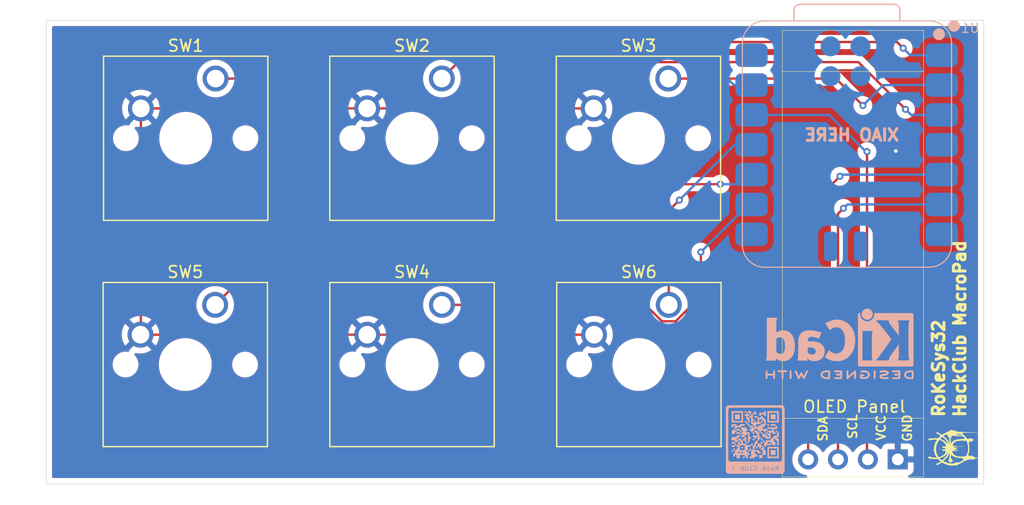
<source format=kicad_pcb>
(kicad_pcb (version 20241229) (generator "pcbnew") (generator_version "9.0")
  (layers (0 "F.Cu" signal) (2 "B.Cu" signal) (13 "F.Paste" user) (15 "B.Paste" user) (5 "F.SilkS" user "F.Silkscreen") (7 "B.SilkS" user "B.Silkscreen") (1 "F.Mask" user) (3 "B.Mask" user) (25 "Edge.Cuts" user))
  (net 0 "")
  (net 1 "Net-(Brd1-VCC)")
  (net 2 "Net-(Brd1-SCL)")
  (net 3 "Net-(Brd1-SDA)")
  (net 4 "GND")
  (net 5 "Net-(U1-GPIO26{slash}ADC0{slash}A0)")
  (net 6 "Net-(U1-GPIO28{slash}ADC2{slash}A2)")
  (net 7 "Net-(U1-GPIO27{slash}ADC1{slash}A1)")
  (net 8 "Net-(U1-GPIO2{slash}SCK)")
  (net 9 "Net-(U1-GPIO4{slash}MISO)")
  (net 10 "Net-(U1-GPIO3{slash}MOSI)")
  (net 11 "+5V")
  (footprint "OLED2:SSD1306-0.91-OLED-4pin-128x32" (layer "F.Cu") (at 187.43 72.09 -90)
    (property "Reference" "Brd1" (hide yes))
    (property "Value" "SSD1306")
    (fp_text user "VCC" (at 33.81 3.605 90) (layer "F.SilkS") (effects (font (size 0.75 0.75))))
    (fp_text user "SCL" (at 33.71 6.03 90) (layer "F.SilkS") (effects (font (size 0.75 0.75))))
    (fp_text user "GND" (at 33.835 1.38 90) (layer "F.SilkS") (effects (font (size 0.75 0.75))))
    (fp_text user "SDA" (at 33.91 8.555 90) (layer "F.SilkS") (effects (font (size 0.75 0.75))))
    (fp_text user "OLED Panel" (at 32.01 5.88 0) (layer "F.SilkS"))
    (pad "1" thru_hole rect (at 36.5 2.19 270) (size 1.7 1.7) (drill 1) (layers "*.Cu" "*.Mask") (net 4 "GND"))
    (pad "2" thru_hole oval (at 36.5 4.73 270) (size 1.7 1.7) (drill 1) (layers "*.Cu" "*.Mask") (net 1 "Net-(Brd1-VCC)"))
    (pad "3" thru_hole oval (at 36.5 7.27 270) (size 1.7 1.7) (drill 1) (layers "*.Cu" "*.Mask") (net 2 "Net-(Brd1-SCL)"))
    (pad "4" thru_hole oval (at 36.5 9.81 270) (size 1.7 1.7) (drill 1) (layers "*.Cu" "*.Mask") (net 3 "Net-(Brd1-SDA)"))
  )
  (footprint "Button_Switch_Keyboard:SW_Cherry_MX_1.00u_PCB" (layer "F.Cu") (at 165.775 95.44)
    (property "Reference" "SW6" (at -2.54 -2.794 0) (layer "F.SilkS"))
    (property "Value" "SW_Push" (hide yes))
    (pad "" np_thru_hole circle (at -7.62 5.08) (size 1.7 1.7) (drill 1.7) (layers "*.Cu" "*.Mask"))
    (pad "" np_thru_hole circle (at -2.54 5.08) (size 4 4) (drill 4) (layers "*.Cu" "*.Mask"))
    (pad "" np_thru_hole circle (at 2.54 5.08) (size 1.7 1.7) (drill 1.7) (layers "*.Cu" "*.Mask"))
    (pad "1" thru_hole circle (at 0 0) (size 2.2 2.2) (drill 1.5) (layers "*.Cu" "*.Mask") (net 10 "Net-(U1-GPIO3{slash}MOSI)"))
    (pad "2" thru_hole circle (at -6.35 2.54) (size 2.2 2.2) (drill 1.5) (layers "*.Cu" "*.Mask") (net 4 "GND"))
  )
  (footprint "Button_Switch_Keyboard:SW_Cherry_MX_1.00u_PCB" (layer "F.Cu") (at 127.25 76.185)
    (property "Reference" "SW1" (at -2.54 -2.794 0) (layer "F.SilkS"))
    (property "Value" "SW_Push" (hide yes))
    (pad "" np_thru_hole circle (at -7.62 5.08) (size 1.7 1.7) (drill 1.7) (layers "*.Cu" "*.Mask"))
    (pad "" np_thru_hole circle (at -2.54 5.08) (size 4 4) (drill 4) (layers "*.Cu" "*.Mask"))
    (pad "" np_thru_hole circle (at 2.54 5.08) (size 1.7 1.7) (drill 1.7) (layers "*.Cu" "*.Mask"))
    (pad "1" thru_hole circle (at 0 0) (size 2.2 2.2) (drill 1.5) (layers "*.Cu" "*.Mask") (net 5 "Net-(U1-GPIO26{slash}ADC0{slash}A0)"))
    (pad "2" thru_hole circle (at -6.35 2.54) (size 2.2 2.2) (drill 1.5) (layers "*.Cu" "*.Mask") (net 4 "GND"))
  )
  (footprint "Button_Switch_Keyboard:SW_Cherry_MX_1.00u_PCB" (layer "F.Cu") (at 127.215 95.44)
    (property "Reference" "SW5" (at -2.54 -2.794 0) (layer "F.SilkS"))
    (property "Value" "SW_Push" (hide yes))
    (pad "" np_thru_hole circle (at -7.62 5.08) (size 1.7 1.7) (drill 1.7) (layers "*.Cu" "*.Mask"))
    (pad "" np_thru_hole circle (at -2.54 5.08) (size 4 4) (drill 4) (layers "*.Cu" "*.Mask"))
    (pad "" np_thru_hole circle (at 2.54 5.08) (size 1.7 1.7) (drill 1.7) (layers "*.Cu" "*.Mask"))
    (pad "1" thru_hole circle (at 0 0) (size 2.2 2.2) (drill 1.5) (layers "*.Cu" "*.Mask") (net 9 "Net-(U1-GPIO4{slash}MISO)"))
    (pad "2" thru_hole circle (at -6.35 2.54) (size 2.2 2.2) (drill 1.5) (layers "*.Cu" "*.Mask") (net 4 "GND"))
  )
  (footprint "Button_Switch_Keyboard:SW_Cherry_MX_1.00u_PCB" (layer "F.Cu") (at 165.735 76.185)
    (property "Reference" "SW3" (at -2.54 -2.794 0) (layer "F.SilkS"))
    (property "Value" "SW_Push" (hide yes))
    (pad "" np_thru_hole circle (at -7.62 5.08) (size 1.7 1.7) (drill 1.7) (layers "*.Cu" "*.Mask"))
    (pad "" np_thru_hole circle (at -2.54 5.08) (size 4 4) (drill 4) (layers "*.Cu" "*.Mask"))
    (pad "" np_thru_hole circle (at 2.54 5.08) (size 1.7 1.7) (drill 1.7) (layers "*.Cu" "*.Mask"))
    (pad "1" thru_hole circle (at 0 0) (size 2.2 2.2) (drill 1.5) (layers "*.Cu" "*.Mask") (net 7 "Net-(U1-GPIO27{slash}ADC1{slash}A1)"))
    (pad "2" thru_hole circle (at -6.35 2.54) (size 2.2 2.2) (drill 1.5) (layers "*.Cu" "*.Mask") (net 4 "GND"))
  )
  (footprint "Graphics:Graphics" (layer "F.Cu") (at 189.991792 107.601461 90)
    (property "Reference" "G***" (hide yes))
    (property "Value" "LOGO" (hide yes))
  )
  (footprint "Button_Switch_Keyboard:SW_Cherry_MX_1.00u_PCB" (layer "F.Cu") (at 146.485 76.185)
    (property "Reference" "SW2" (at -2.54 -2.794 0) (layer "F.SilkS"))
    (property "Value" "SW_Push" (hide yes))
    (pad "" np_thru_hole circle (at -7.62 5.08) (size 1.7 1.7) (drill 1.7) (layers "*.Cu" "*.Mask"))
    (pad "" np_thru_hole circle (at -2.54 5.08) (size 4 4) (drill 4) (layers "*.Cu" "*.Mask"))
    (pad "" np_thru_hole circle (at 2.54 5.08) (size 1.7 1.7) (drill 1.7) (layers "*.Cu" "*.Mask"))
    (pad "1" thru_hole circle (at 0 0) (size 2.2 2.2) (drill 1.5) (layers "*.Cu" "*.Mask") (net 6 "Net-(U1-GPIO28{slash}ADC2{slash}A2)"))
    (pad "2" thru_hole circle (at -6.35 2.54) (size 2.2 2.2) (drill 1.5) (layers "*.Cu" "*.Mask") (net 4 "GND"))
  )
  (footprint "Button_Switch_Keyboard:SW_Cherry_MX_1.00u_PCB" (layer "F.Cu") (at 146.49 95.44)
    (property "Reference" "SW4" (at -2.54 -2.794 0) (layer "F.SilkS"))
    (property "Value" "SW_Push" (hide yes))
    (pad "" np_thru_hole circle (at -7.62 5.08) (size 1.7 1.7) (drill 1.7) (layers "*.Cu" "*.Mask"))
    (pad "" np_thru_hole circle (at -2.54 5.08) (size 4 4) (drill 4) (layers "*.Cu" "*.Mask"))
    (pad "" np_thru_hole circle (at 2.54 5.08) (size 1.7 1.7) (drill 1.7) (layers "*.Cu" "*.Mask"))
    (pad "1" thru_hole circle (at 0 0) (size 2.2 2.2) (drill 1.5) (layers "*.Cu" "*.Mask") (net 8 "Net-(U1-GPIO2{slash}SCK)"))
    (pad "2" thru_hole circle (at -6.35 2.54) (size 2.2 2.2) (drill 1.5) (layers "*.Cu" "*.Mask") (net 4 "GND"))
  )
  (footprint "Symbol:KiCad-Logo2_5mm_SilkScreen" (layer "B.Cu") (at 180.3 98.75 180)
    (property "Reference" "REF**" (hide yes))
    (property "Value" "KiCad-Logo2_5mm_SilkScreen" (hide yes))
  )
  (footprint "Graphics:QRCODE" (layer "B.Cu") (at 173.125 106.9 180)
    (property "Reference" "G***" (hide yes))
    (property "Value" "LOGO" (hide yes))
  )
  (footprint "HackClubFootprint:XIAO-RP2040-SMD" (layer "B.Cu") (at 180.975 81.82 180)
    (property "Reference" "U1" (at -11.275 9.47 0) (layer "B.SilkS") (effects (font (size 0.78232 0.78232) (thickness 0.10668)) (justify left bottom mirror)))
    (property "Value" "XIAO-RP2040-DIP")
    (pad "1" smd roundrect (at -8 7.62 180) (size 2.75 2) (layers "B.Cu" "B.Mask" "B.Paste") (net 5 "Net-(U1-GPIO26{slash}ADC0{slash}A0)"))
    (pad "2" smd roundrect (at -8 5.08 180) (size 2.75 2) (layers "B.Cu" "B.Mask" "B.Paste") (net 7 "Net-(U1-GPIO27{slash}ADC1{slash}A1)"))
    (pad "3" smd roundrect (at -8 2.54 180) (size 2.75 2) (layers "B.Cu" "B.Mask" "B.Paste") (net 6 "Net-(U1-GPIO28{slash}ADC2{slash}A2)"))
    (pad "4" smd roundrect (at -8 0 180) (size 2.75 2) (layers "B.Cu" "B.Mask" "B.Paste"))
    (pad "5" smd roundrect (at -8 -2.54 180) (size 2.75 2) (layers "B.Cu" "B.Mask" "B.Paste") (net 3 "Net-(Brd1-SDA)"))
    (pad "6" smd roundrect (at -8 -5.08 180) (size 2.75 2) (layers "B.Cu" "B.Mask" "B.Paste") (net 2 "Net-(Brd1-SCL)"))
    (pad "7" smd roundrect (at -8 -7.62 180) (size 2.75 2) (layers "B.Cu" "B.Mask" "B.Paste"))
    (pad "8" smd roundrect (at 8.165 -7.62 180) (size 2.75 2) (layers "B.Cu" "B.Mask" "B.Paste"))
    (pad "9" smd roundrect (at 8.165 -5.08 180) (size 2.75 2) (layers "B.Cu" "B.Mask" "B.Paste") (net 8 "Net-(U1-GPIO2{slash}SCK)"))
    (pad "10" smd roundrect (at 8.165 -2.54 180) (size 2.75 2) (layers "B.Cu" "B.Mask" "B.Paste") (net 9 "Net-(U1-GPIO4{slash}MISO)"))
    (pad "11" smd roundrect (at 8.165 0 180) (size 2.75 2) (layers "B.Cu" "B.Mask" "B.Paste") (net 10 "Net-(U1-GPIO3{slash}MOSI)"))
    (pad "12" smd roundrect (at 8.165 2.54 180) (size 2.75 2) (layers "B.Cu" "B.Mask" "B.Paste") (net 1 "Net-(Brd1-VCC)"))
    (pad "13" smd roundrect (at 8.165 5.08 180) (size 2.75 2) (layers "B.Cu" "B.Mask" "B.Paste") (net 4 "GND"))
    (pad "14" smd roundrect (at 8.165 7.62 180) (size 2.75 2) (layers "B.Cu" "B.Mask" "B.Paste") (net 11 "+5V"))
    (pad "15" smd roundrect (at -1.088 -8.64 270) (size 2.5 1.1) (layers "B.Cu" "B.Mask" "B.Paste"))
    (pad "16" smd roundrect (at 1.452 -8.64 270) (size 2.5 1.1) (layers "B.Cu" "B.Mask" "B.Paste"))
    (pad "17" smd circle (at -1.088 8.378 180) (size 1.7 1.7) (layers "B.Cu" "B.Mask" "B.Paste"))
    (pad "18" smd circle (at 1.452 8.378 180) (size 1.7 1.7) (layers "B.Cu" "B.Mask" "B.Paste"))
    (pad "19" smd circle (at -1.088 5.838 180) (size 1.7 1.7) (layers "B.Cu" "B.Mask" "B.Paste"))
    (pad "20" smd circle (at 1.452 5.838 180) (size 1.7 1.7) (layers "B.Cu" "B.Mask" "B.Paste"))
  )
  (gr_rect (start 112.85 71.225) (end 192.55 110.675) (stroke (width 0.05)) (fill no) (layer "Edge.Cuts"))
  (gr_text "RoKeSys32" (at 189.3 105.101461 90) (layer "F.SilkS") (effects (font (size 1 1) (thickness 0.25) (bold yes)) (justify left bottom)))
  (gr_text "HackClub MacroPad" (at 191.1 105.103128 90) (layer "F.SilkS") (effects (font (size 1 1) (thickness 0.25) (bold yes)) (justify left bottom)))
  (gr_text "XIAO HERE" (at 185.475 81.575 0) (layer "B.SilkS") (effects (font (size 1 1) (thickness 0.25) (bold yes)) (justify left bottom mirror)))
  (segment (start 182.625 108.515) (end 182.625 82.4) (width 0.2) (layer "F.Cu") (net 1))
  (segment (start 182.7 108.59) (end 182.625 108.515) (width 0.2) (layer "F.Cu") (net 1))
  (via (at 182.625 82.4) (size 0.6) (drill 0.3) (layers "F.Cu" "B.Cu") (net 1))
  (segment (start 182.625 82.4) (end 182.525 82.4) (width 0.2) (layer "B.Cu") (net 1))
  (segment (start 182.525 82.4) (end 179.405 79.28) (width 0.2) (layer "B.Cu") (net 1))
  (segment (start 179.405 79.28) (end 172.81 79.28) (width 0.2) (layer "B.Cu") (net 1))
  (segment (start 180.16 87.69) (end 180.625 87.225) (width 0.2) (layer "F.Cu") (net 2))
  (segment (start 180.16 108.59) (end 180.16 87.69) (width 0.2) (layer "F.Cu") (net 2))
  (via (at 180.625 87.225) (size 0.6) (drill 0.3) (layers "F.Cu" "B.Cu") (net 2))
  (segment (start 180.95 86.9) (end 188.975 86.9) (width 0.2) (layer "B.Cu") (net 2))
  (segment (start 180.625 87.225) (end 180.95 86.9) (width 0.2) (layer "B.Cu") (net 2))
  (segment (start 177.62 108.59) (end 177.62 87.205) (width 0.2) (layer "F.Cu") (net 3))
  (segment (start 177.62 87.205) (end 180.325 84.5) (width 0.2) (layer "F.Cu") (net 3))
  (via (at 180.325 84.5) (size 0.6) (drill 0.3) (layers "F.Cu" "B.Cu") (net 3))
  (segment (start 180.465 84.36) (end 188.975 84.36) (width 0.2) (layer "B.Cu") (net 3))
  (segment (start 180.325 84.5) (end 180.465 84.36) (width 0.2) (layer "B.Cu") (net 3))
  (segment (start 120.865 97.98) (end 140.14 97.98) (width 0.2) (layer "F.Cu") (net 4))
  (segment (start 140.14 97.98) (end 159.425 97.98) (width 0.2) (layer "F.Cu") (net 4))
  (segment (start 185.24 108.59) (end 185.24 82.515) (width 0.2) (layer "F.Cu") (net 4))
  (segment (start 185.24 82.515) (end 185.075 82.35) (width 0.2) (layer "F.Cu") (net 4))
  (segment (start 140.135 78.725) (end 120.9 78.725) (width 0.2) (layer "F.Cu") (net 4))
  (segment (start 120.9 78.725) (end 120.9 97.945) (width 0.2) (layer "F.Cu") (net 4))
  (segment (start 120.9 97.945) (end 120.865 97.98) (width 0.2) (layer "F.Cu") (net 4))
  (segment (start 159.385 78.725) (end 140.135 78.725) (width 0.2) (layer "F.Cu") (net 4))
  (via (at 185.075 82.35) (size 0.6) (drill 0.3) (layers "F.Cu" "B.Cu") (net 4))
  (segment (start 184.26324 82.35) (end 178.65324 76.74) (width 0.2) (layer "B.Cu") (net 4))
  (segment (start 167.65 73.075) (end 165.035 73.075) (width 0.2) (layer "B.Cu") (net 4))
  (segment (start 185.075 82.35) (end 184.26324 82.35) (width 0.2) (layer "B.Cu") (net 4))
  (segment (start 172.81 76.74) (end 171.315 76.74) (width 0.2) (layer "B.Cu") (net 4))
  (segment (start 171.315 76.74) (end 167.65 73.075) (width 0.2) (layer "B.Cu") (net 4))
  (segment (start 178.65324 76.74) (end 172.81 76.74) (width 0.2) (layer "B.Cu") (net 4))
  (segment (start 165.035 73.075) (end 159.385 78.725) (width 0.2) (layer "B.Cu") (net 4))
  (segment (start 138.525 73.075) (end 185.175 73.075) (width 0.2) (layer "F.Cu") (net 5))
  (segment (start 185.175 73.075) (end 185.7 73.6) (width 0.2) (layer "F.Cu") (net 5))
  (segment (start 135.415 76.185) (end 138.525 73.075) (width 0.2) (layer "F.Cu") (net 5))
  (segment (start 127.25 76.185) (end 135.415 76.185) (width 0.2) (layer "F.Cu") (net 5))
  (via (at 185.7 73.6) (size 0.6) (drill 0.3) (layers "F.Cu" "B.Cu") (net 5))
  (segment (start 186.3 74.2) (end 188.975 74.2) (width 0.2) (layer "B.Cu") (net 5))
  (segment (start 185.7 73.6) (end 186.3 74.2) (width 0.2) (layer "B.Cu") (net 5))
  (segment (start 147.886 74.784) (end 181.884 74.784) (width 0.2) (layer "F.Cu") (net 6))
  (segment (start 146.485 76.185) (end 147.886 74.784) (width 0.2) (layer "F.Cu") (net 6))
  (segment (start 181.884 74.784) (end 185.9 78.8) (width 0.2) (layer "F.Cu") (net 6))
  (via (at 185.9 78.8) (size 0.6) (drill 0.3) (layers "F.Cu" "B.Cu") (net 6))
  (segment (start 185.9 78.8) (end 186.38 79.28) (width 0.2) (layer "B.Cu") (net 6))
  (segment (start 186.38 79.28) (end 188.975 79.28) (width 0.2) (layer "B.Cu") (net 6))
  (segment (start 179.985 76.185) (end 182.275 78.475) (width 0.2) (layer "F.Cu") (net 7))
  (segment (start 165.735 76.185) (end 179.985 76.185) (width 0.2) (layer "F.Cu") (net 7))
  (via (at 182.275 78.475) (size 0.6) (drill 0.3) (layers "F.Cu" "B.Cu") (net 7))
  (segment (start 184.01 76.74) (end 188.975 76.74) (width 0.2) (layer "B.Cu") (net 7))
  (segment (start 182.275 78.475) (end 184.01 76.74) (width 0.2) (layer "B.Cu") (net 7))
  (segment (start 166.355314 96.841) (end 168.5 94.696314) (width 0.2) (layer "F.Cu") (net 8))
  (segment (start 168.5 94.696314) (end 168.5 90.95) (width 0.2) (layer "F.Cu") (net 8))
  (segment (start 163.793686 95.44) (end 165.194686 96.841) (width 0.2) (layer "F.Cu") (net 8))
  (segment (start 165.194686 96.841) (end 166.355314 96.841) (width 0.2) (layer "F.Cu") (net 8))
  (segment (start 146.49 95.44) (end 163.793686 95.44) (width 0.2) (layer "F.Cu") (net 8))
  (via (at 168.5 90.95) (size 0.6) (drill 0.3) (layers "F.Cu" "B.Cu") (net 8))
  (segment (start 168.5 90.95) (end 172.55 86.9) (width 0.2) (layer "B.Cu") (net 8))
  (segment (start 172.55 86.9) (end 172.81 86.9) (width 0.2) (layer "B.Cu") (net 8))
  (segment (start 127.215 95.44) (end 137.48 85.175) (width 0.2) (layer "F.Cu") (net 9))
  (segment (start 137.48 85.175) (end 170.15 85.175) (width 0.2) (layer "F.Cu") (net 9))
  (via (at 170.15 85.175) (size 0.6) (drill 0.3) (layers "F.Cu" "B.Cu") (net 9))
  (segment (start 171.995 85.175) (end 172.81 84.36) (width 0.2) (layer "B.Cu") (net 9))
  (segment (start 170.15 85.175) (end 171.995 85.175) (width 0.2) (layer "B.Cu") (net 9))
  (segment (start 165.775 95.44) (end 165.775 87.425) (width 0.2) (layer "F.Cu") (net 10))
  (segment (start 165.775 87.425) (end 166.675 86.525) (width 0.2) (layer "F.Cu") (net 10))
  (via (at 166.675 86.525) (size 0.6) (drill 0.3) (layers "F.Cu" "B.Cu") (net 10))
  (segment (start 166.675 86.525) (end 171.38 81.82) (width 0.2) (layer "B.Cu") (net 10))
  (segment (start 171.38 81.82) (end 172.81 81.82) (width 0.2) (layer "B.Cu") (net 10))
  (zone (net 4) (net_name "GND") (layer "F.Cu") (connect_pads (clearance 0.5)) (min_thickness 0.25) (fill yes (thermal_gap 0.5) (thermal_bridge_width 0.5))
    (polygon (pts (xy 194.575 70) (xy 194.5 111.45) (xy 110.875 111.55) (xy 111.575 70.6)))
  )
  (zone (net 4) (net_name "GND") (layer "B.Cu") (priority 1) (connect_pads (clearance 0.5)) (min_thickness 0.25) (fill yes (thermal_gap 0.5) (thermal_bridge_width 0.5))
    (polygon (pts (xy 195.275 69.5) (xy 195.975 111.9) (xy 109.3 112.5) (xy 108.925 69.725)))
  )
)
</source>
